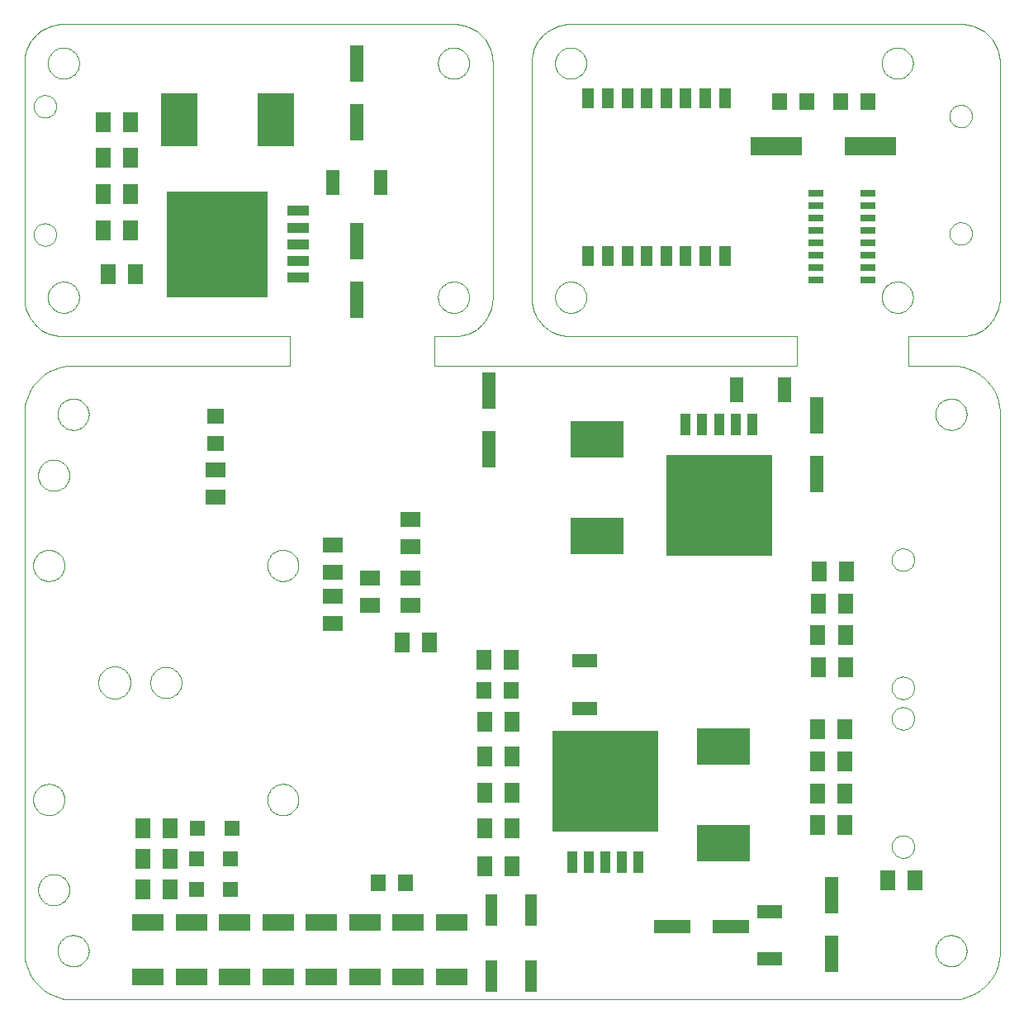
<source format=gtp>
G75*
G70*
%OFA0B0*%
%FSLAX24Y24*%
%IPPOS*%
%LPD*%
%AMOC8*
5,1,8,0,0,1.08239X$1,22.5*
%
%ADD10C,0.0004*%
%ADD11C,0.0000*%
%ADD12R,0.1260X0.0709*%
%ADD13R,0.0630X0.0787*%
%ADD14R,0.0630X0.0709*%
%ADD15R,0.4252X0.4098*%
%ADD16R,0.0420X0.0850*%
%ADD17R,0.1496X0.0551*%
%ADD18R,0.0551X0.1496*%
%ADD19R,0.2165X0.1516*%
%ADD20R,0.1024X0.0571*%
%ADD21R,0.0571X0.1024*%
%ADD22R,0.0591X0.0591*%
%ADD23R,0.0472X0.1260*%
%ADD24R,0.0787X0.0630*%
%ADD25R,0.0709X0.0630*%
%ADD26R,0.4098X0.4252*%
%ADD27R,0.0850X0.0420*%
%ADD28R,0.1516X0.2165*%
%ADD29R,0.0472X0.0787*%
%ADD30R,0.0600X0.0250*%
%ADD31R,0.2100X0.0760*%
D10*
X003610Y005453D02*
X003610Y027107D01*
X003611Y027201D01*
X003616Y027295D01*
X003625Y027389D01*
X003639Y027482D01*
X003658Y027575D01*
X003681Y027666D01*
X003709Y027756D01*
X003741Y027845D01*
X003777Y027932D01*
X003817Y028017D01*
X003862Y028100D01*
X003910Y028181D01*
X003963Y028259D01*
X004019Y028335D01*
X004079Y028407D01*
X004142Y028477D01*
X004209Y028544D01*
X004279Y028607D01*
X004351Y028667D01*
X004427Y028723D01*
X004505Y028776D01*
X004586Y028824D01*
X004669Y028869D01*
X004754Y028909D01*
X004841Y028945D01*
X004930Y028977D01*
X005020Y029005D01*
X005111Y029028D01*
X005204Y029047D01*
X005297Y029061D01*
X005391Y029070D01*
X005485Y029075D01*
X005579Y029076D01*
X005579Y029075D02*
X014319Y029075D01*
X014319Y030256D01*
X005185Y030256D01*
X005107Y030257D01*
X005030Y030261D01*
X004952Y030269D01*
X004876Y030281D01*
X004800Y030297D01*
X004724Y030317D01*
X004650Y030340D01*
X004577Y030367D01*
X004506Y030398D01*
X004436Y030433D01*
X004368Y030470D01*
X004302Y030512D01*
X004239Y030556D01*
X004177Y030604D01*
X004118Y030654D01*
X004062Y030708D01*
X004008Y030764D01*
X003958Y030823D01*
X003910Y030885D01*
X003866Y030948D01*
X003824Y031014D01*
X003787Y031082D01*
X003752Y031152D01*
X003721Y031223D01*
X003694Y031296D01*
X003671Y031370D01*
X003651Y031446D01*
X003635Y031522D01*
X003623Y031598D01*
X003615Y031676D01*
X003611Y031753D01*
X003610Y031831D01*
X003610Y041280D01*
X003611Y041358D01*
X003615Y041435D01*
X003623Y041513D01*
X003635Y041589D01*
X003651Y041665D01*
X003671Y041741D01*
X003694Y041815D01*
X003721Y041888D01*
X003752Y041959D01*
X003787Y042029D01*
X003824Y042097D01*
X003866Y042163D01*
X003910Y042226D01*
X003958Y042288D01*
X004008Y042347D01*
X004062Y042403D01*
X004118Y042457D01*
X004177Y042507D01*
X004239Y042555D01*
X004302Y042599D01*
X004368Y042641D01*
X004436Y042678D01*
X004506Y042713D01*
X004577Y042744D01*
X004650Y042771D01*
X004724Y042794D01*
X004800Y042814D01*
X004876Y042830D01*
X004952Y042842D01*
X005030Y042850D01*
X005107Y042854D01*
X005185Y042855D01*
X020933Y042855D01*
X021011Y042854D01*
X021088Y042850D01*
X021166Y042842D01*
X021242Y042830D01*
X021318Y042814D01*
X021394Y042794D01*
X021468Y042771D01*
X021541Y042744D01*
X021612Y042713D01*
X021682Y042678D01*
X021750Y042641D01*
X021816Y042599D01*
X021879Y042555D01*
X021941Y042507D01*
X022000Y042457D01*
X022056Y042403D01*
X022110Y042347D01*
X022160Y042288D01*
X022208Y042226D01*
X022252Y042163D01*
X022294Y042097D01*
X022331Y042029D01*
X022366Y041959D01*
X022397Y041888D01*
X022424Y041815D01*
X022447Y041741D01*
X022467Y041665D01*
X022483Y041589D01*
X022495Y041513D01*
X022503Y041435D01*
X022507Y041358D01*
X022508Y041280D01*
X022508Y031831D01*
X022507Y031753D01*
X022503Y031676D01*
X022495Y031598D01*
X022483Y031522D01*
X022467Y031446D01*
X022447Y031370D01*
X022424Y031296D01*
X022397Y031223D01*
X022366Y031152D01*
X022331Y031082D01*
X022294Y031014D01*
X022252Y030948D01*
X022208Y030885D01*
X022160Y030823D01*
X022110Y030764D01*
X022056Y030708D01*
X022000Y030654D01*
X021941Y030604D01*
X021879Y030556D01*
X021816Y030512D01*
X021750Y030470D01*
X021682Y030433D01*
X021612Y030398D01*
X021541Y030367D01*
X021468Y030340D01*
X021394Y030317D01*
X021318Y030297D01*
X021242Y030281D01*
X021166Y030269D01*
X021088Y030261D01*
X021011Y030257D01*
X020933Y030256D01*
X020146Y030256D01*
X020146Y029075D01*
X034791Y029075D01*
X034791Y030256D01*
X025657Y030256D01*
X025579Y030257D01*
X025502Y030261D01*
X025424Y030269D01*
X025348Y030281D01*
X025272Y030297D01*
X025196Y030317D01*
X025122Y030340D01*
X025049Y030367D01*
X024978Y030398D01*
X024908Y030433D01*
X024840Y030470D01*
X024774Y030512D01*
X024711Y030556D01*
X024649Y030604D01*
X024590Y030654D01*
X024534Y030708D01*
X024480Y030764D01*
X024430Y030823D01*
X024382Y030885D01*
X024338Y030948D01*
X024296Y031014D01*
X024259Y031082D01*
X024224Y031152D01*
X024193Y031223D01*
X024166Y031296D01*
X024143Y031370D01*
X024123Y031446D01*
X024107Y031522D01*
X024095Y031598D01*
X024087Y031676D01*
X024083Y031753D01*
X024082Y031831D01*
X024083Y031831D02*
X024083Y041280D01*
X024082Y041280D02*
X024083Y041358D01*
X024087Y041435D01*
X024095Y041513D01*
X024107Y041589D01*
X024123Y041665D01*
X024143Y041741D01*
X024166Y041815D01*
X024193Y041888D01*
X024224Y041959D01*
X024259Y042029D01*
X024296Y042097D01*
X024338Y042163D01*
X024382Y042226D01*
X024430Y042288D01*
X024480Y042347D01*
X024534Y042403D01*
X024590Y042457D01*
X024649Y042507D01*
X024711Y042555D01*
X024774Y042599D01*
X024840Y042641D01*
X024908Y042678D01*
X024978Y042713D01*
X025049Y042744D01*
X025122Y042771D01*
X025196Y042794D01*
X025272Y042814D01*
X025348Y042830D01*
X025424Y042842D01*
X025502Y042850D01*
X025579Y042854D01*
X025657Y042855D01*
X041406Y042855D01*
X041484Y042854D01*
X041561Y042850D01*
X041639Y042842D01*
X041715Y042830D01*
X041791Y042814D01*
X041867Y042794D01*
X041941Y042771D01*
X042014Y042744D01*
X042085Y042713D01*
X042155Y042678D01*
X042223Y042641D01*
X042289Y042599D01*
X042352Y042555D01*
X042414Y042507D01*
X042473Y042457D01*
X042529Y042403D01*
X042583Y042347D01*
X042633Y042288D01*
X042681Y042226D01*
X042725Y042163D01*
X042767Y042097D01*
X042804Y042029D01*
X042839Y041959D01*
X042870Y041888D01*
X042897Y041815D01*
X042920Y041741D01*
X042940Y041665D01*
X042956Y041589D01*
X042968Y041513D01*
X042976Y041435D01*
X042980Y041358D01*
X042981Y041280D01*
X042980Y041280D02*
X042980Y031831D01*
X042981Y031831D02*
X042980Y031753D01*
X042976Y031676D01*
X042968Y031598D01*
X042956Y031522D01*
X042940Y031446D01*
X042920Y031370D01*
X042897Y031296D01*
X042870Y031223D01*
X042839Y031152D01*
X042804Y031082D01*
X042767Y031014D01*
X042725Y030948D01*
X042681Y030885D01*
X042633Y030823D01*
X042583Y030764D01*
X042529Y030708D01*
X042473Y030654D01*
X042414Y030604D01*
X042352Y030556D01*
X042289Y030512D01*
X042223Y030470D01*
X042155Y030433D01*
X042085Y030398D01*
X042014Y030367D01*
X041941Y030340D01*
X041867Y030317D01*
X041791Y030297D01*
X041715Y030281D01*
X041639Y030269D01*
X041561Y030261D01*
X041484Y030257D01*
X041406Y030256D01*
X039280Y030256D01*
X039280Y029075D01*
X041012Y029075D01*
X041012Y029076D02*
X041106Y029075D01*
X041200Y029070D01*
X041294Y029061D01*
X041387Y029047D01*
X041480Y029028D01*
X041571Y029005D01*
X041661Y028977D01*
X041750Y028945D01*
X041837Y028909D01*
X041922Y028869D01*
X042005Y028824D01*
X042086Y028776D01*
X042164Y028723D01*
X042240Y028667D01*
X042312Y028607D01*
X042382Y028544D01*
X042449Y028477D01*
X042512Y028407D01*
X042572Y028335D01*
X042628Y028259D01*
X042681Y028181D01*
X042729Y028100D01*
X042774Y028017D01*
X042814Y027932D01*
X042850Y027845D01*
X042882Y027756D01*
X042910Y027666D01*
X042933Y027575D01*
X042952Y027482D01*
X042966Y027389D01*
X042975Y027295D01*
X042980Y027201D01*
X042981Y027107D01*
X042980Y027107D02*
X042980Y005453D01*
X042981Y005453D02*
X042980Y005359D01*
X042975Y005265D01*
X042966Y005171D01*
X042952Y005078D01*
X042933Y004985D01*
X042910Y004894D01*
X042882Y004804D01*
X042850Y004715D01*
X042814Y004628D01*
X042774Y004543D01*
X042729Y004460D01*
X042681Y004379D01*
X042628Y004301D01*
X042572Y004225D01*
X042512Y004153D01*
X042449Y004083D01*
X042382Y004016D01*
X042312Y003953D01*
X042240Y003893D01*
X042164Y003837D01*
X042086Y003784D01*
X042005Y003736D01*
X041922Y003691D01*
X041837Y003651D01*
X041750Y003615D01*
X041661Y003583D01*
X041571Y003555D01*
X041480Y003532D01*
X041387Y003513D01*
X041294Y003499D01*
X041200Y003490D01*
X041106Y003485D01*
X041012Y003484D01*
X041012Y003485D02*
X005579Y003485D01*
X005579Y003484D02*
X005485Y003485D01*
X005391Y003490D01*
X005297Y003499D01*
X005204Y003513D01*
X005111Y003532D01*
X005020Y003555D01*
X004930Y003583D01*
X004841Y003615D01*
X004754Y003651D01*
X004669Y003691D01*
X004586Y003736D01*
X004505Y003784D01*
X004427Y003837D01*
X004351Y003893D01*
X004279Y003953D01*
X004209Y004016D01*
X004142Y004083D01*
X004079Y004153D01*
X004019Y004225D01*
X003963Y004301D01*
X003910Y004379D01*
X003862Y004460D01*
X003817Y004543D01*
X003777Y004628D01*
X003741Y004715D01*
X003709Y004804D01*
X003681Y004894D01*
X003658Y004985D01*
X003639Y005078D01*
X003625Y005171D01*
X003616Y005265D01*
X003611Y005359D01*
X003610Y005453D01*
D11*
X004949Y005453D02*
X004951Y005503D01*
X004957Y005553D01*
X004967Y005602D01*
X004981Y005650D01*
X004998Y005697D01*
X005019Y005742D01*
X005044Y005786D01*
X005072Y005827D01*
X005104Y005866D01*
X005138Y005903D01*
X005175Y005937D01*
X005215Y005967D01*
X005257Y005994D01*
X005301Y006018D01*
X005347Y006039D01*
X005394Y006055D01*
X005442Y006068D01*
X005492Y006077D01*
X005541Y006082D01*
X005592Y006083D01*
X005642Y006080D01*
X005691Y006073D01*
X005740Y006062D01*
X005788Y006047D01*
X005834Y006029D01*
X005879Y006007D01*
X005922Y005981D01*
X005963Y005952D01*
X006002Y005920D01*
X006038Y005885D01*
X006070Y005847D01*
X006100Y005807D01*
X006127Y005764D01*
X006150Y005720D01*
X006169Y005674D01*
X006185Y005626D01*
X006197Y005577D01*
X006205Y005528D01*
X006209Y005478D01*
X006209Y005428D01*
X006205Y005378D01*
X006197Y005329D01*
X006185Y005280D01*
X006169Y005232D01*
X006150Y005186D01*
X006127Y005142D01*
X006100Y005099D01*
X006070Y005059D01*
X006038Y005021D01*
X006002Y004986D01*
X005963Y004954D01*
X005922Y004925D01*
X005879Y004899D01*
X005834Y004877D01*
X005788Y004859D01*
X005740Y004844D01*
X005691Y004833D01*
X005642Y004826D01*
X005592Y004823D01*
X005541Y004824D01*
X005492Y004829D01*
X005442Y004838D01*
X005394Y004851D01*
X005347Y004867D01*
X005301Y004888D01*
X005257Y004912D01*
X005215Y004939D01*
X005175Y004969D01*
X005138Y005003D01*
X005104Y005040D01*
X005072Y005079D01*
X005044Y005120D01*
X005019Y005164D01*
X004998Y005209D01*
X004981Y005256D01*
X004967Y005304D01*
X004957Y005353D01*
X004951Y005403D01*
X004949Y005453D01*
X004161Y007914D02*
X004163Y007964D01*
X004169Y008014D01*
X004179Y008063D01*
X004193Y008111D01*
X004210Y008158D01*
X004231Y008203D01*
X004256Y008247D01*
X004284Y008288D01*
X004316Y008327D01*
X004350Y008364D01*
X004387Y008398D01*
X004427Y008428D01*
X004469Y008455D01*
X004513Y008479D01*
X004559Y008500D01*
X004606Y008516D01*
X004654Y008529D01*
X004704Y008538D01*
X004753Y008543D01*
X004804Y008544D01*
X004854Y008541D01*
X004903Y008534D01*
X004952Y008523D01*
X005000Y008508D01*
X005046Y008490D01*
X005091Y008468D01*
X005134Y008442D01*
X005175Y008413D01*
X005214Y008381D01*
X005250Y008346D01*
X005282Y008308D01*
X005312Y008268D01*
X005339Y008225D01*
X005362Y008181D01*
X005381Y008135D01*
X005397Y008087D01*
X005409Y008038D01*
X005417Y007989D01*
X005421Y007939D01*
X005421Y007889D01*
X005417Y007839D01*
X005409Y007790D01*
X005397Y007741D01*
X005381Y007693D01*
X005362Y007647D01*
X005339Y007603D01*
X005312Y007560D01*
X005282Y007520D01*
X005250Y007482D01*
X005214Y007447D01*
X005175Y007415D01*
X005134Y007386D01*
X005091Y007360D01*
X005046Y007338D01*
X005000Y007320D01*
X004952Y007305D01*
X004903Y007294D01*
X004854Y007287D01*
X004804Y007284D01*
X004753Y007285D01*
X004704Y007290D01*
X004654Y007299D01*
X004606Y007312D01*
X004559Y007328D01*
X004513Y007349D01*
X004469Y007373D01*
X004427Y007400D01*
X004387Y007430D01*
X004350Y007464D01*
X004316Y007501D01*
X004284Y007540D01*
X004256Y007581D01*
X004231Y007625D01*
X004210Y007670D01*
X004193Y007717D01*
X004179Y007765D01*
X004169Y007814D01*
X004163Y007864D01*
X004161Y007914D01*
X003964Y011555D02*
X003966Y011605D01*
X003972Y011655D01*
X003982Y011704D01*
X003996Y011752D01*
X004013Y011799D01*
X004034Y011844D01*
X004059Y011888D01*
X004087Y011929D01*
X004119Y011968D01*
X004153Y012005D01*
X004190Y012039D01*
X004230Y012069D01*
X004272Y012096D01*
X004316Y012120D01*
X004362Y012141D01*
X004409Y012157D01*
X004457Y012170D01*
X004507Y012179D01*
X004556Y012184D01*
X004607Y012185D01*
X004657Y012182D01*
X004706Y012175D01*
X004755Y012164D01*
X004803Y012149D01*
X004849Y012131D01*
X004894Y012109D01*
X004937Y012083D01*
X004978Y012054D01*
X005017Y012022D01*
X005053Y011987D01*
X005085Y011949D01*
X005115Y011909D01*
X005142Y011866D01*
X005165Y011822D01*
X005184Y011776D01*
X005200Y011728D01*
X005212Y011679D01*
X005220Y011630D01*
X005224Y011580D01*
X005224Y011530D01*
X005220Y011480D01*
X005212Y011431D01*
X005200Y011382D01*
X005184Y011334D01*
X005165Y011288D01*
X005142Y011244D01*
X005115Y011201D01*
X005085Y011161D01*
X005053Y011123D01*
X005017Y011088D01*
X004978Y011056D01*
X004937Y011027D01*
X004894Y011001D01*
X004849Y010979D01*
X004803Y010961D01*
X004755Y010946D01*
X004706Y010935D01*
X004657Y010928D01*
X004607Y010925D01*
X004556Y010926D01*
X004507Y010931D01*
X004457Y010940D01*
X004409Y010953D01*
X004362Y010969D01*
X004316Y010990D01*
X004272Y011014D01*
X004230Y011041D01*
X004190Y011071D01*
X004153Y011105D01*
X004119Y011142D01*
X004087Y011181D01*
X004059Y011222D01*
X004034Y011266D01*
X004013Y011311D01*
X003996Y011358D01*
X003982Y011406D01*
X003972Y011455D01*
X003966Y011505D01*
X003964Y011555D01*
X006592Y016280D02*
X006594Y016330D01*
X006600Y016380D01*
X006610Y016430D01*
X006623Y016478D01*
X006640Y016526D01*
X006661Y016572D01*
X006685Y016616D01*
X006713Y016658D01*
X006744Y016698D01*
X006778Y016735D01*
X006815Y016770D01*
X006854Y016801D01*
X006895Y016830D01*
X006939Y016855D01*
X006985Y016877D01*
X007032Y016895D01*
X007080Y016909D01*
X007129Y016920D01*
X007179Y016927D01*
X007229Y016930D01*
X007280Y016929D01*
X007330Y016924D01*
X007380Y016915D01*
X007428Y016903D01*
X007476Y016886D01*
X007522Y016866D01*
X007567Y016843D01*
X007610Y016816D01*
X007650Y016786D01*
X007688Y016753D01*
X007723Y016717D01*
X007756Y016678D01*
X007785Y016637D01*
X007811Y016594D01*
X007834Y016549D01*
X007853Y016502D01*
X007868Y016454D01*
X007880Y016405D01*
X007888Y016355D01*
X007892Y016305D01*
X007892Y016255D01*
X007888Y016205D01*
X007880Y016155D01*
X007868Y016106D01*
X007853Y016058D01*
X007834Y016011D01*
X007811Y015966D01*
X007785Y015923D01*
X007756Y015882D01*
X007723Y015843D01*
X007688Y015807D01*
X007650Y015774D01*
X007610Y015744D01*
X007567Y015717D01*
X007522Y015694D01*
X007476Y015674D01*
X007428Y015657D01*
X007380Y015645D01*
X007330Y015636D01*
X007280Y015631D01*
X007229Y015630D01*
X007179Y015633D01*
X007129Y015640D01*
X007080Y015651D01*
X007032Y015665D01*
X006985Y015683D01*
X006939Y015705D01*
X006895Y015730D01*
X006854Y015759D01*
X006815Y015790D01*
X006778Y015825D01*
X006744Y015862D01*
X006713Y015902D01*
X006685Y015944D01*
X006661Y015988D01*
X006640Y016034D01*
X006623Y016082D01*
X006610Y016130D01*
X006600Y016180D01*
X006594Y016230D01*
X006592Y016280D01*
X008689Y016280D02*
X008691Y016330D01*
X008697Y016380D01*
X008707Y016429D01*
X008721Y016477D01*
X008738Y016524D01*
X008759Y016569D01*
X008784Y016613D01*
X008812Y016654D01*
X008844Y016693D01*
X008878Y016730D01*
X008915Y016764D01*
X008955Y016794D01*
X008997Y016821D01*
X009041Y016845D01*
X009087Y016866D01*
X009134Y016882D01*
X009182Y016895D01*
X009232Y016904D01*
X009281Y016909D01*
X009332Y016910D01*
X009382Y016907D01*
X009431Y016900D01*
X009480Y016889D01*
X009528Y016874D01*
X009574Y016856D01*
X009619Y016834D01*
X009662Y016808D01*
X009703Y016779D01*
X009742Y016747D01*
X009778Y016712D01*
X009810Y016674D01*
X009840Y016634D01*
X009867Y016591D01*
X009890Y016547D01*
X009909Y016501D01*
X009925Y016453D01*
X009937Y016404D01*
X009945Y016355D01*
X009949Y016305D01*
X009949Y016255D01*
X009945Y016205D01*
X009937Y016156D01*
X009925Y016107D01*
X009909Y016059D01*
X009890Y016013D01*
X009867Y015969D01*
X009840Y015926D01*
X009810Y015886D01*
X009778Y015848D01*
X009742Y015813D01*
X009703Y015781D01*
X009662Y015752D01*
X009619Y015726D01*
X009574Y015704D01*
X009528Y015686D01*
X009480Y015671D01*
X009431Y015660D01*
X009382Y015653D01*
X009332Y015650D01*
X009281Y015651D01*
X009232Y015656D01*
X009182Y015665D01*
X009134Y015678D01*
X009087Y015694D01*
X009041Y015715D01*
X008997Y015739D01*
X008955Y015766D01*
X008915Y015796D01*
X008878Y015830D01*
X008844Y015867D01*
X008812Y015906D01*
X008784Y015947D01*
X008759Y015991D01*
X008738Y016036D01*
X008721Y016083D01*
X008707Y016131D01*
X008697Y016180D01*
X008691Y016230D01*
X008689Y016280D01*
X003964Y021004D02*
X003966Y021054D01*
X003972Y021104D01*
X003982Y021153D01*
X003996Y021201D01*
X004013Y021248D01*
X004034Y021293D01*
X004059Y021337D01*
X004087Y021378D01*
X004119Y021417D01*
X004153Y021454D01*
X004190Y021488D01*
X004230Y021518D01*
X004272Y021545D01*
X004316Y021569D01*
X004362Y021590D01*
X004409Y021606D01*
X004457Y021619D01*
X004507Y021628D01*
X004556Y021633D01*
X004607Y021634D01*
X004657Y021631D01*
X004706Y021624D01*
X004755Y021613D01*
X004803Y021598D01*
X004849Y021580D01*
X004894Y021558D01*
X004937Y021532D01*
X004978Y021503D01*
X005017Y021471D01*
X005053Y021436D01*
X005085Y021398D01*
X005115Y021358D01*
X005142Y021315D01*
X005165Y021271D01*
X005184Y021225D01*
X005200Y021177D01*
X005212Y021128D01*
X005220Y021079D01*
X005224Y021029D01*
X005224Y020979D01*
X005220Y020929D01*
X005212Y020880D01*
X005200Y020831D01*
X005184Y020783D01*
X005165Y020737D01*
X005142Y020693D01*
X005115Y020650D01*
X005085Y020610D01*
X005053Y020572D01*
X005017Y020537D01*
X004978Y020505D01*
X004937Y020476D01*
X004894Y020450D01*
X004849Y020428D01*
X004803Y020410D01*
X004755Y020395D01*
X004706Y020384D01*
X004657Y020377D01*
X004607Y020374D01*
X004556Y020375D01*
X004507Y020380D01*
X004457Y020389D01*
X004409Y020402D01*
X004362Y020418D01*
X004316Y020439D01*
X004272Y020463D01*
X004230Y020490D01*
X004190Y020520D01*
X004153Y020554D01*
X004119Y020591D01*
X004087Y020630D01*
X004059Y020671D01*
X004034Y020715D01*
X004013Y020760D01*
X003996Y020807D01*
X003982Y020855D01*
X003972Y020904D01*
X003966Y020954D01*
X003964Y021004D01*
X004161Y024646D02*
X004163Y024696D01*
X004169Y024746D01*
X004179Y024795D01*
X004193Y024843D01*
X004210Y024890D01*
X004231Y024935D01*
X004256Y024979D01*
X004284Y025020D01*
X004316Y025059D01*
X004350Y025096D01*
X004387Y025130D01*
X004427Y025160D01*
X004469Y025187D01*
X004513Y025211D01*
X004559Y025232D01*
X004606Y025248D01*
X004654Y025261D01*
X004704Y025270D01*
X004753Y025275D01*
X004804Y025276D01*
X004854Y025273D01*
X004903Y025266D01*
X004952Y025255D01*
X005000Y025240D01*
X005046Y025222D01*
X005091Y025200D01*
X005134Y025174D01*
X005175Y025145D01*
X005214Y025113D01*
X005250Y025078D01*
X005282Y025040D01*
X005312Y025000D01*
X005339Y024957D01*
X005362Y024913D01*
X005381Y024867D01*
X005397Y024819D01*
X005409Y024770D01*
X005417Y024721D01*
X005421Y024671D01*
X005421Y024621D01*
X005417Y024571D01*
X005409Y024522D01*
X005397Y024473D01*
X005381Y024425D01*
X005362Y024379D01*
X005339Y024335D01*
X005312Y024292D01*
X005282Y024252D01*
X005250Y024214D01*
X005214Y024179D01*
X005175Y024147D01*
X005134Y024118D01*
X005091Y024092D01*
X005046Y024070D01*
X005000Y024052D01*
X004952Y024037D01*
X004903Y024026D01*
X004854Y024019D01*
X004804Y024016D01*
X004753Y024017D01*
X004704Y024022D01*
X004654Y024031D01*
X004606Y024044D01*
X004559Y024060D01*
X004513Y024081D01*
X004469Y024105D01*
X004427Y024132D01*
X004387Y024162D01*
X004350Y024196D01*
X004316Y024233D01*
X004284Y024272D01*
X004256Y024313D01*
X004231Y024357D01*
X004210Y024402D01*
X004193Y024449D01*
X004179Y024497D01*
X004169Y024546D01*
X004163Y024596D01*
X004161Y024646D01*
X004949Y027107D02*
X004951Y027157D01*
X004957Y027207D01*
X004967Y027256D01*
X004981Y027304D01*
X004998Y027351D01*
X005019Y027396D01*
X005044Y027440D01*
X005072Y027481D01*
X005104Y027520D01*
X005138Y027557D01*
X005175Y027591D01*
X005215Y027621D01*
X005257Y027648D01*
X005301Y027672D01*
X005347Y027693D01*
X005394Y027709D01*
X005442Y027722D01*
X005492Y027731D01*
X005541Y027736D01*
X005592Y027737D01*
X005642Y027734D01*
X005691Y027727D01*
X005740Y027716D01*
X005788Y027701D01*
X005834Y027683D01*
X005879Y027661D01*
X005922Y027635D01*
X005963Y027606D01*
X006002Y027574D01*
X006038Y027539D01*
X006070Y027501D01*
X006100Y027461D01*
X006127Y027418D01*
X006150Y027374D01*
X006169Y027328D01*
X006185Y027280D01*
X006197Y027231D01*
X006205Y027182D01*
X006209Y027132D01*
X006209Y027082D01*
X006205Y027032D01*
X006197Y026983D01*
X006185Y026934D01*
X006169Y026886D01*
X006150Y026840D01*
X006127Y026796D01*
X006100Y026753D01*
X006070Y026713D01*
X006038Y026675D01*
X006002Y026640D01*
X005963Y026608D01*
X005922Y026579D01*
X005879Y026553D01*
X005834Y026531D01*
X005788Y026513D01*
X005740Y026498D01*
X005691Y026487D01*
X005642Y026480D01*
X005592Y026477D01*
X005541Y026478D01*
X005492Y026483D01*
X005442Y026492D01*
X005394Y026505D01*
X005347Y026521D01*
X005301Y026542D01*
X005257Y026566D01*
X005215Y026593D01*
X005175Y026623D01*
X005138Y026657D01*
X005104Y026694D01*
X005072Y026733D01*
X005044Y026774D01*
X005019Y026818D01*
X004998Y026863D01*
X004981Y026910D01*
X004967Y026958D01*
X004957Y027007D01*
X004951Y027057D01*
X004949Y027107D01*
X004555Y031831D02*
X004557Y031881D01*
X004563Y031931D01*
X004573Y031980D01*
X004587Y032028D01*
X004604Y032075D01*
X004625Y032120D01*
X004650Y032164D01*
X004678Y032205D01*
X004710Y032244D01*
X004744Y032281D01*
X004781Y032315D01*
X004821Y032345D01*
X004863Y032372D01*
X004907Y032396D01*
X004953Y032417D01*
X005000Y032433D01*
X005048Y032446D01*
X005098Y032455D01*
X005147Y032460D01*
X005198Y032461D01*
X005248Y032458D01*
X005297Y032451D01*
X005346Y032440D01*
X005394Y032425D01*
X005440Y032407D01*
X005485Y032385D01*
X005528Y032359D01*
X005569Y032330D01*
X005608Y032298D01*
X005644Y032263D01*
X005676Y032225D01*
X005706Y032185D01*
X005733Y032142D01*
X005756Y032098D01*
X005775Y032052D01*
X005791Y032004D01*
X005803Y031955D01*
X005811Y031906D01*
X005815Y031856D01*
X005815Y031806D01*
X005811Y031756D01*
X005803Y031707D01*
X005791Y031658D01*
X005775Y031610D01*
X005756Y031564D01*
X005733Y031520D01*
X005706Y031477D01*
X005676Y031437D01*
X005644Y031399D01*
X005608Y031364D01*
X005569Y031332D01*
X005528Y031303D01*
X005485Y031277D01*
X005440Y031255D01*
X005394Y031237D01*
X005346Y031222D01*
X005297Y031211D01*
X005248Y031204D01*
X005198Y031201D01*
X005147Y031202D01*
X005098Y031207D01*
X005048Y031216D01*
X005000Y031229D01*
X004953Y031245D01*
X004907Y031266D01*
X004863Y031290D01*
X004821Y031317D01*
X004781Y031347D01*
X004744Y031381D01*
X004710Y031418D01*
X004678Y031457D01*
X004650Y031498D01*
X004625Y031542D01*
X004604Y031587D01*
X004587Y031634D01*
X004573Y031682D01*
X004563Y031731D01*
X004557Y031781D01*
X004555Y031831D01*
X003984Y034362D02*
X003986Y034404D01*
X003992Y034446D01*
X004002Y034488D01*
X004015Y034528D01*
X004033Y034567D01*
X004054Y034604D01*
X004078Y034638D01*
X004106Y034671D01*
X004136Y034701D01*
X004169Y034727D01*
X004204Y034751D01*
X004242Y034771D01*
X004281Y034787D01*
X004321Y034800D01*
X004363Y034809D01*
X004405Y034814D01*
X004448Y034815D01*
X004490Y034812D01*
X004532Y034805D01*
X004573Y034794D01*
X004613Y034779D01*
X004651Y034761D01*
X004688Y034739D01*
X004722Y034714D01*
X004754Y034686D01*
X004782Y034655D01*
X004808Y034621D01*
X004831Y034585D01*
X004850Y034548D01*
X004866Y034508D01*
X004878Y034467D01*
X004886Y034426D01*
X004890Y034383D01*
X004890Y034341D01*
X004886Y034298D01*
X004878Y034257D01*
X004866Y034216D01*
X004850Y034176D01*
X004831Y034139D01*
X004808Y034103D01*
X004782Y034069D01*
X004754Y034038D01*
X004722Y034010D01*
X004688Y033985D01*
X004651Y033963D01*
X004613Y033945D01*
X004573Y033930D01*
X004532Y033919D01*
X004490Y033912D01*
X004448Y033909D01*
X004405Y033910D01*
X004363Y033915D01*
X004321Y033924D01*
X004281Y033937D01*
X004242Y033953D01*
X004204Y033973D01*
X004169Y033997D01*
X004136Y034023D01*
X004106Y034053D01*
X004078Y034086D01*
X004054Y034120D01*
X004033Y034157D01*
X004015Y034196D01*
X004002Y034236D01*
X003992Y034278D01*
X003986Y034320D01*
X003984Y034362D01*
X003984Y039536D02*
X003986Y039578D01*
X003992Y039620D01*
X004002Y039662D01*
X004015Y039702D01*
X004033Y039741D01*
X004054Y039778D01*
X004078Y039812D01*
X004106Y039845D01*
X004136Y039875D01*
X004169Y039901D01*
X004204Y039925D01*
X004242Y039945D01*
X004281Y039961D01*
X004321Y039974D01*
X004363Y039983D01*
X004405Y039988D01*
X004448Y039989D01*
X004490Y039986D01*
X004532Y039979D01*
X004573Y039968D01*
X004613Y039953D01*
X004651Y039935D01*
X004688Y039913D01*
X004722Y039888D01*
X004754Y039860D01*
X004782Y039829D01*
X004808Y039795D01*
X004831Y039759D01*
X004850Y039722D01*
X004866Y039682D01*
X004878Y039641D01*
X004886Y039600D01*
X004890Y039557D01*
X004890Y039515D01*
X004886Y039472D01*
X004878Y039431D01*
X004866Y039390D01*
X004850Y039350D01*
X004831Y039313D01*
X004808Y039277D01*
X004782Y039243D01*
X004754Y039212D01*
X004722Y039184D01*
X004688Y039159D01*
X004651Y039137D01*
X004613Y039119D01*
X004573Y039104D01*
X004532Y039093D01*
X004490Y039086D01*
X004448Y039083D01*
X004405Y039084D01*
X004363Y039089D01*
X004321Y039098D01*
X004281Y039111D01*
X004242Y039127D01*
X004204Y039147D01*
X004169Y039171D01*
X004136Y039197D01*
X004106Y039227D01*
X004078Y039260D01*
X004054Y039294D01*
X004033Y039331D01*
X004015Y039370D01*
X004002Y039410D01*
X003992Y039452D01*
X003986Y039494D01*
X003984Y039536D01*
X004555Y041280D02*
X004557Y041330D01*
X004563Y041380D01*
X004573Y041429D01*
X004587Y041477D01*
X004604Y041524D01*
X004625Y041569D01*
X004650Y041613D01*
X004678Y041654D01*
X004710Y041693D01*
X004744Y041730D01*
X004781Y041764D01*
X004821Y041794D01*
X004863Y041821D01*
X004907Y041845D01*
X004953Y041866D01*
X005000Y041882D01*
X005048Y041895D01*
X005098Y041904D01*
X005147Y041909D01*
X005198Y041910D01*
X005248Y041907D01*
X005297Y041900D01*
X005346Y041889D01*
X005394Y041874D01*
X005440Y041856D01*
X005485Y041834D01*
X005528Y041808D01*
X005569Y041779D01*
X005608Y041747D01*
X005644Y041712D01*
X005676Y041674D01*
X005706Y041634D01*
X005733Y041591D01*
X005756Y041547D01*
X005775Y041501D01*
X005791Y041453D01*
X005803Y041404D01*
X005811Y041355D01*
X005815Y041305D01*
X005815Y041255D01*
X005811Y041205D01*
X005803Y041156D01*
X005791Y041107D01*
X005775Y041059D01*
X005756Y041013D01*
X005733Y040969D01*
X005706Y040926D01*
X005676Y040886D01*
X005644Y040848D01*
X005608Y040813D01*
X005569Y040781D01*
X005528Y040752D01*
X005485Y040726D01*
X005440Y040704D01*
X005394Y040686D01*
X005346Y040671D01*
X005297Y040660D01*
X005248Y040653D01*
X005198Y040650D01*
X005147Y040651D01*
X005098Y040656D01*
X005048Y040665D01*
X005000Y040678D01*
X004953Y040694D01*
X004907Y040715D01*
X004863Y040739D01*
X004821Y040766D01*
X004781Y040796D01*
X004744Y040830D01*
X004710Y040867D01*
X004678Y040906D01*
X004650Y040947D01*
X004625Y040991D01*
X004604Y041036D01*
X004587Y041083D01*
X004573Y041131D01*
X004563Y041180D01*
X004557Y041230D01*
X004555Y041280D01*
X020303Y041280D02*
X020305Y041330D01*
X020311Y041380D01*
X020321Y041429D01*
X020335Y041477D01*
X020352Y041524D01*
X020373Y041569D01*
X020398Y041613D01*
X020426Y041654D01*
X020458Y041693D01*
X020492Y041730D01*
X020529Y041764D01*
X020569Y041794D01*
X020611Y041821D01*
X020655Y041845D01*
X020701Y041866D01*
X020748Y041882D01*
X020796Y041895D01*
X020846Y041904D01*
X020895Y041909D01*
X020946Y041910D01*
X020996Y041907D01*
X021045Y041900D01*
X021094Y041889D01*
X021142Y041874D01*
X021188Y041856D01*
X021233Y041834D01*
X021276Y041808D01*
X021317Y041779D01*
X021356Y041747D01*
X021392Y041712D01*
X021424Y041674D01*
X021454Y041634D01*
X021481Y041591D01*
X021504Y041547D01*
X021523Y041501D01*
X021539Y041453D01*
X021551Y041404D01*
X021559Y041355D01*
X021563Y041305D01*
X021563Y041255D01*
X021559Y041205D01*
X021551Y041156D01*
X021539Y041107D01*
X021523Y041059D01*
X021504Y041013D01*
X021481Y040969D01*
X021454Y040926D01*
X021424Y040886D01*
X021392Y040848D01*
X021356Y040813D01*
X021317Y040781D01*
X021276Y040752D01*
X021233Y040726D01*
X021188Y040704D01*
X021142Y040686D01*
X021094Y040671D01*
X021045Y040660D01*
X020996Y040653D01*
X020946Y040650D01*
X020895Y040651D01*
X020846Y040656D01*
X020796Y040665D01*
X020748Y040678D01*
X020701Y040694D01*
X020655Y040715D01*
X020611Y040739D01*
X020569Y040766D01*
X020529Y040796D01*
X020492Y040830D01*
X020458Y040867D01*
X020426Y040906D01*
X020398Y040947D01*
X020373Y040991D01*
X020352Y041036D01*
X020335Y041083D01*
X020321Y041131D01*
X020311Y041180D01*
X020305Y041230D01*
X020303Y041280D01*
X025027Y041280D02*
X025029Y041330D01*
X025035Y041380D01*
X025045Y041429D01*
X025059Y041477D01*
X025076Y041524D01*
X025097Y041569D01*
X025122Y041613D01*
X025150Y041654D01*
X025182Y041693D01*
X025216Y041730D01*
X025253Y041764D01*
X025293Y041794D01*
X025335Y041821D01*
X025379Y041845D01*
X025425Y041866D01*
X025472Y041882D01*
X025520Y041895D01*
X025570Y041904D01*
X025619Y041909D01*
X025670Y041910D01*
X025720Y041907D01*
X025769Y041900D01*
X025818Y041889D01*
X025866Y041874D01*
X025912Y041856D01*
X025957Y041834D01*
X026000Y041808D01*
X026041Y041779D01*
X026080Y041747D01*
X026116Y041712D01*
X026148Y041674D01*
X026178Y041634D01*
X026205Y041591D01*
X026228Y041547D01*
X026247Y041501D01*
X026263Y041453D01*
X026275Y041404D01*
X026283Y041355D01*
X026287Y041305D01*
X026287Y041255D01*
X026283Y041205D01*
X026275Y041156D01*
X026263Y041107D01*
X026247Y041059D01*
X026228Y041013D01*
X026205Y040969D01*
X026178Y040926D01*
X026148Y040886D01*
X026116Y040848D01*
X026080Y040813D01*
X026041Y040781D01*
X026000Y040752D01*
X025957Y040726D01*
X025912Y040704D01*
X025866Y040686D01*
X025818Y040671D01*
X025769Y040660D01*
X025720Y040653D01*
X025670Y040650D01*
X025619Y040651D01*
X025570Y040656D01*
X025520Y040665D01*
X025472Y040678D01*
X025425Y040694D01*
X025379Y040715D01*
X025335Y040739D01*
X025293Y040766D01*
X025253Y040796D01*
X025216Y040830D01*
X025182Y040867D01*
X025150Y040906D01*
X025122Y040947D01*
X025097Y040991D01*
X025076Y041036D01*
X025059Y041083D01*
X025045Y041131D01*
X025035Y041180D01*
X025029Y041230D01*
X025027Y041280D01*
X025027Y031831D02*
X025029Y031881D01*
X025035Y031931D01*
X025045Y031980D01*
X025059Y032028D01*
X025076Y032075D01*
X025097Y032120D01*
X025122Y032164D01*
X025150Y032205D01*
X025182Y032244D01*
X025216Y032281D01*
X025253Y032315D01*
X025293Y032345D01*
X025335Y032372D01*
X025379Y032396D01*
X025425Y032417D01*
X025472Y032433D01*
X025520Y032446D01*
X025570Y032455D01*
X025619Y032460D01*
X025670Y032461D01*
X025720Y032458D01*
X025769Y032451D01*
X025818Y032440D01*
X025866Y032425D01*
X025912Y032407D01*
X025957Y032385D01*
X026000Y032359D01*
X026041Y032330D01*
X026080Y032298D01*
X026116Y032263D01*
X026148Y032225D01*
X026178Y032185D01*
X026205Y032142D01*
X026228Y032098D01*
X026247Y032052D01*
X026263Y032004D01*
X026275Y031955D01*
X026283Y031906D01*
X026287Y031856D01*
X026287Y031806D01*
X026283Y031756D01*
X026275Y031707D01*
X026263Y031658D01*
X026247Y031610D01*
X026228Y031564D01*
X026205Y031520D01*
X026178Y031477D01*
X026148Y031437D01*
X026116Y031399D01*
X026080Y031364D01*
X026041Y031332D01*
X026000Y031303D01*
X025957Y031277D01*
X025912Y031255D01*
X025866Y031237D01*
X025818Y031222D01*
X025769Y031211D01*
X025720Y031204D01*
X025670Y031201D01*
X025619Y031202D01*
X025570Y031207D01*
X025520Y031216D01*
X025472Y031229D01*
X025425Y031245D01*
X025379Y031266D01*
X025335Y031290D01*
X025293Y031317D01*
X025253Y031347D01*
X025216Y031381D01*
X025182Y031418D01*
X025150Y031457D01*
X025122Y031498D01*
X025097Y031542D01*
X025076Y031587D01*
X025059Y031634D01*
X025045Y031682D01*
X025035Y031731D01*
X025029Y031781D01*
X025027Y031831D01*
X020303Y031831D02*
X020305Y031881D01*
X020311Y031931D01*
X020321Y031980D01*
X020335Y032028D01*
X020352Y032075D01*
X020373Y032120D01*
X020398Y032164D01*
X020426Y032205D01*
X020458Y032244D01*
X020492Y032281D01*
X020529Y032315D01*
X020569Y032345D01*
X020611Y032372D01*
X020655Y032396D01*
X020701Y032417D01*
X020748Y032433D01*
X020796Y032446D01*
X020846Y032455D01*
X020895Y032460D01*
X020946Y032461D01*
X020996Y032458D01*
X021045Y032451D01*
X021094Y032440D01*
X021142Y032425D01*
X021188Y032407D01*
X021233Y032385D01*
X021276Y032359D01*
X021317Y032330D01*
X021356Y032298D01*
X021392Y032263D01*
X021424Y032225D01*
X021454Y032185D01*
X021481Y032142D01*
X021504Y032098D01*
X021523Y032052D01*
X021539Y032004D01*
X021551Y031955D01*
X021559Y031906D01*
X021563Y031856D01*
X021563Y031806D01*
X021559Y031756D01*
X021551Y031707D01*
X021539Y031658D01*
X021523Y031610D01*
X021504Y031564D01*
X021481Y031520D01*
X021454Y031477D01*
X021424Y031437D01*
X021392Y031399D01*
X021356Y031364D01*
X021317Y031332D01*
X021276Y031303D01*
X021233Y031277D01*
X021188Y031255D01*
X021142Y031237D01*
X021094Y031222D01*
X021045Y031211D01*
X020996Y031204D01*
X020946Y031201D01*
X020895Y031202D01*
X020846Y031207D01*
X020796Y031216D01*
X020748Y031229D01*
X020701Y031245D01*
X020655Y031266D01*
X020611Y031290D01*
X020569Y031317D01*
X020529Y031347D01*
X020492Y031381D01*
X020458Y031418D01*
X020426Y031457D01*
X020398Y031498D01*
X020373Y031542D01*
X020352Y031587D01*
X020335Y031634D01*
X020321Y031682D01*
X020311Y031731D01*
X020305Y031781D01*
X020303Y031831D01*
X013413Y021004D02*
X013415Y021054D01*
X013421Y021104D01*
X013431Y021153D01*
X013445Y021201D01*
X013462Y021248D01*
X013483Y021293D01*
X013508Y021337D01*
X013536Y021378D01*
X013568Y021417D01*
X013602Y021454D01*
X013639Y021488D01*
X013679Y021518D01*
X013721Y021545D01*
X013765Y021569D01*
X013811Y021590D01*
X013858Y021606D01*
X013906Y021619D01*
X013956Y021628D01*
X014005Y021633D01*
X014056Y021634D01*
X014106Y021631D01*
X014155Y021624D01*
X014204Y021613D01*
X014252Y021598D01*
X014298Y021580D01*
X014343Y021558D01*
X014386Y021532D01*
X014427Y021503D01*
X014466Y021471D01*
X014502Y021436D01*
X014534Y021398D01*
X014564Y021358D01*
X014591Y021315D01*
X014614Y021271D01*
X014633Y021225D01*
X014649Y021177D01*
X014661Y021128D01*
X014669Y021079D01*
X014673Y021029D01*
X014673Y020979D01*
X014669Y020929D01*
X014661Y020880D01*
X014649Y020831D01*
X014633Y020783D01*
X014614Y020737D01*
X014591Y020693D01*
X014564Y020650D01*
X014534Y020610D01*
X014502Y020572D01*
X014466Y020537D01*
X014427Y020505D01*
X014386Y020476D01*
X014343Y020450D01*
X014298Y020428D01*
X014252Y020410D01*
X014204Y020395D01*
X014155Y020384D01*
X014106Y020377D01*
X014056Y020374D01*
X014005Y020375D01*
X013956Y020380D01*
X013906Y020389D01*
X013858Y020402D01*
X013811Y020418D01*
X013765Y020439D01*
X013721Y020463D01*
X013679Y020490D01*
X013639Y020520D01*
X013602Y020554D01*
X013568Y020591D01*
X013536Y020630D01*
X013508Y020671D01*
X013483Y020715D01*
X013462Y020760D01*
X013445Y020807D01*
X013431Y020855D01*
X013421Y020904D01*
X013415Y020954D01*
X013413Y021004D01*
X013413Y011555D02*
X013415Y011605D01*
X013421Y011655D01*
X013431Y011704D01*
X013445Y011752D01*
X013462Y011799D01*
X013483Y011844D01*
X013508Y011888D01*
X013536Y011929D01*
X013568Y011968D01*
X013602Y012005D01*
X013639Y012039D01*
X013679Y012069D01*
X013721Y012096D01*
X013765Y012120D01*
X013811Y012141D01*
X013858Y012157D01*
X013906Y012170D01*
X013956Y012179D01*
X014005Y012184D01*
X014056Y012185D01*
X014106Y012182D01*
X014155Y012175D01*
X014204Y012164D01*
X014252Y012149D01*
X014298Y012131D01*
X014343Y012109D01*
X014386Y012083D01*
X014427Y012054D01*
X014466Y012022D01*
X014502Y011987D01*
X014534Y011949D01*
X014564Y011909D01*
X014591Y011866D01*
X014614Y011822D01*
X014633Y011776D01*
X014649Y011728D01*
X014661Y011679D01*
X014669Y011630D01*
X014673Y011580D01*
X014673Y011530D01*
X014669Y011480D01*
X014661Y011431D01*
X014649Y011382D01*
X014633Y011334D01*
X014614Y011288D01*
X014591Y011244D01*
X014564Y011201D01*
X014534Y011161D01*
X014502Y011123D01*
X014466Y011088D01*
X014427Y011056D01*
X014386Y011027D01*
X014343Y011001D01*
X014298Y010979D01*
X014252Y010961D01*
X014204Y010946D01*
X014155Y010935D01*
X014106Y010928D01*
X014056Y010925D01*
X014005Y010926D01*
X013956Y010931D01*
X013906Y010940D01*
X013858Y010953D01*
X013811Y010969D01*
X013765Y010990D01*
X013721Y011014D01*
X013679Y011041D01*
X013639Y011071D01*
X013602Y011105D01*
X013568Y011142D01*
X013536Y011181D01*
X013508Y011222D01*
X013483Y011266D01*
X013462Y011311D01*
X013445Y011358D01*
X013431Y011406D01*
X013421Y011455D01*
X013415Y011505D01*
X013413Y011555D01*
X038620Y009657D02*
X038622Y009699D01*
X038628Y009741D01*
X038638Y009783D01*
X038651Y009823D01*
X038669Y009862D01*
X038690Y009899D01*
X038714Y009933D01*
X038742Y009966D01*
X038772Y009996D01*
X038805Y010022D01*
X038840Y010046D01*
X038878Y010066D01*
X038917Y010082D01*
X038957Y010095D01*
X038999Y010104D01*
X039041Y010109D01*
X039084Y010110D01*
X039126Y010107D01*
X039168Y010100D01*
X039209Y010089D01*
X039249Y010074D01*
X039287Y010056D01*
X039324Y010034D01*
X039358Y010009D01*
X039390Y009981D01*
X039418Y009950D01*
X039444Y009916D01*
X039467Y009880D01*
X039486Y009843D01*
X039502Y009803D01*
X039514Y009762D01*
X039522Y009721D01*
X039526Y009678D01*
X039526Y009636D01*
X039522Y009593D01*
X039514Y009552D01*
X039502Y009511D01*
X039486Y009471D01*
X039467Y009434D01*
X039444Y009398D01*
X039418Y009364D01*
X039390Y009333D01*
X039358Y009305D01*
X039324Y009280D01*
X039287Y009258D01*
X039249Y009240D01*
X039209Y009225D01*
X039168Y009214D01*
X039126Y009207D01*
X039084Y009204D01*
X039041Y009205D01*
X038999Y009210D01*
X038957Y009219D01*
X038917Y009232D01*
X038878Y009248D01*
X038840Y009268D01*
X038805Y009292D01*
X038772Y009318D01*
X038742Y009348D01*
X038714Y009381D01*
X038690Y009415D01*
X038669Y009452D01*
X038651Y009491D01*
X038638Y009531D01*
X038628Y009573D01*
X038622Y009615D01*
X038620Y009657D01*
X040382Y005453D02*
X040384Y005503D01*
X040390Y005553D01*
X040400Y005602D01*
X040414Y005650D01*
X040431Y005697D01*
X040452Y005742D01*
X040477Y005786D01*
X040505Y005827D01*
X040537Y005866D01*
X040571Y005903D01*
X040608Y005937D01*
X040648Y005967D01*
X040690Y005994D01*
X040734Y006018D01*
X040780Y006039D01*
X040827Y006055D01*
X040875Y006068D01*
X040925Y006077D01*
X040974Y006082D01*
X041025Y006083D01*
X041075Y006080D01*
X041124Y006073D01*
X041173Y006062D01*
X041221Y006047D01*
X041267Y006029D01*
X041312Y006007D01*
X041355Y005981D01*
X041396Y005952D01*
X041435Y005920D01*
X041471Y005885D01*
X041503Y005847D01*
X041533Y005807D01*
X041560Y005764D01*
X041583Y005720D01*
X041602Y005674D01*
X041618Y005626D01*
X041630Y005577D01*
X041638Y005528D01*
X041642Y005478D01*
X041642Y005428D01*
X041638Y005378D01*
X041630Y005329D01*
X041618Y005280D01*
X041602Y005232D01*
X041583Y005186D01*
X041560Y005142D01*
X041533Y005099D01*
X041503Y005059D01*
X041471Y005021D01*
X041435Y004986D01*
X041396Y004954D01*
X041355Y004925D01*
X041312Y004899D01*
X041267Y004877D01*
X041221Y004859D01*
X041173Y004844D01*
X041124Y004833D01*
X041075Y004826D01*
X041025Y004823D01*
X040974Y004824D01*
X040925Y004829D01*
X040875Y004838D01*
X040827Y004851D01*
X040780Y004867D01*
X040734Y004888D01*
X040690Y004912D01*
X040648Y004939D01*
X040608Y004969D01*
X040571Y005003D01*
X040537Y005040D01*
X040505Y005079D01*
X040477Y005120D01*
X040452Y005164D01*
X040431Y005209D01*
X040414Y005256D01*
X040400Y005304D01*
X040390Y005353D01*
X040384Y005403D01*
X040382Y005453D01*
X038620Y014830D02*
X038622Y014872D01*
X038628Y014914D01*
X038638Y014956D01*
X038651Y014996D01*
X038669Y015035D01*
X038690Y015072D01*
X038714Y015106D01*
X038742Y015139D01*
X038772Y015169D01*
X038805Y015195D01*
X038840Y015219D01*
X038878Y015239D01*
X038917Y015255D01*
X038957Y015268D01*
X038999Y015277D01*
X039041Y015282D01*
X039084Y015283D01*
X039126Y015280D01*
X039168Y015273D01*
X039209Y015262D01*
X039249Y015247D01*
X039287Y015229D01*
X039324Y015207D01*
X039358Y015182D01*
X039390Y015154D01*
X039418Y015123D01*
X039444Y015089D01*
X039467Y015053D01*
X039486Y015016D01*
X039502Y014976D01*
X039514Y014935D01*
X039522Y014894D01*
X039526Y014851D01*
X039526Y014809D01*
X039522Y014766D01*
X039514Y014725D01*
X039502Y014684D01*
X039486Y014644D01*
X039467Y014607D01*
X039444Y014571D01*
X039418Y014537D01*
X039390Y014506D01*
X039358Y014478D01*
X039324Y014453D01*
X039287Y014431D01*
X039249Y014413D01*
X039209Y014398D01*
X039168Y014387D01*
X039126Y014380D01*
X039084Y014377D01*
X039041Y014378D01*
X038999Y014383D01*
X038957Y014392D01*
X038917Y014405D01*
X038878Y014421D01*
X038840Y014441D01*
X038805Y014465D01*
X038772Y014491D01*
X038742Y014521D01*
X038714Y014554D01*
X038690Y014588D01*
X038669Y014625D01*
X038651Y014664D01*
X038638Y014704D01*
X038628Y014746D01*
X038622Y014788D01*
X038620Y014830D01*
X038620Y016063D02*
X038622Y016105D01*
X038628Y016147D01*
X038638Y016189D01*
X038651Y016229D01*
X038669Y016268D01*
X038690Y016305D01*
X038714Y016339D01*
X038742Y016372D01*
X038772Y016402D01*
X038805Y016428D01*
X038840Y016452D01*
X038878Y016472D01*
X038917Y016488D01*
X038957Y016501D01*
X038999Y016510D01*
X039041Y016515D01*
X039084Y016516D01*
X039126Y016513D01*
X039168Y016506D01*
X039209Y016495D01*
X039249Y016480D01*
X039287Y016462D01*
X039324Y016440D01*
X039358Y016415D01*
X039390Y016387D01*
X039418Y016356D01*
X039444Y016322D01*
X039467Y016286D01*
X039486Y016249D01*
X039502Y016209D01*
X039514Y016168D01*
X039522Y016127D01*
X039526Y016084D01*
X039526Y016042D01*
X039522Y015999D01*
X039514Y015958D01*
X039502Y015917D01*
X039486Y015877D01*
X039467Y015840D01*
X039444Y015804D01*
X039418Y015770D01*
X039390Y015739D01*
X039358Y015711D01*
X039324Y015686D01*
X039287Y015664D01*
X039249Y015646D01*
X039209Y015631D01*
X039168Y015620D01*
X039126Y015613D01*
X039084Y015610D01*
X039041Y015611D01*
X038999Y015616D01*
X038957Y015625D01*
X038917Y015638D01*
X038878Y015654D01*
X038840Y015674D01*
X038805Y015698D01*
X038772Y015724D01*
X038742Y015754D01*
X038714Y015787D01*
X038690Y015821D01*
X038669Y015858D01*
X038651Y015897D01*
X038638Y015937D01*
X038628Y015979D01*
X038622Y016021D01*
X038620Y016063D01*
X038620Y021237D02*
X038622Y021279D01*
X038628Y021321D01*
X038638Y021363D01*
X038651Y021403D01*
X038669Y021442D01*
X038690Y021479D01*
X038714Y021513D01*
X038742Y021546D01*
X038772Y021576D01*
X038805Y021602D01*
X038840Y021626D01*
X038878Y021646D01*
X038917Y021662D01*
X038957Y021675D01*
X038999Y021684D01*
X039041Y021689D01*
X039084Y021690D01*
X039126Y021687D01*
X039168Y021680D01*
X039209Y021669D01*
X039249Y021654D01*
X039287Y021636D01*
X039324Y021614D01*
X039358Y021589D01*
X039390Y021561D01*
X039418Y021530D01*
X039444Y021496D01*
X039467Y021460D01*
X039486Y021423D01*
X039502Y021383D01*
X039514Y021342D01*
X039522Y021301D01*
X039526Y021258D01*
X039526Y021216D01*
X039522Y021173D01*
X039514Y021132D01*
X039502Y021091D01*
X039486Y021051D01*
X039467Y021014D01*
X039444Y020978D01*
X039418Y020944D01*
X039390Y020913D01*
X039358Y020885D01*
X039324Y020860D01*
X039287Y020838D01*
X039249Y020820D01*
X039209Y020805D01*
X039168Y020794D01*
X039126Y020787D01*
X039084Y020784D01*
X039041Y020785D01*
X038999Y020790D01*
X038957Y020799D01*
X038917Y020812D01*
X038878Y020828D01*
X038840Y020848D01*
X038805Y020872D01*
X038772Y020898D01*
X038742Y020928D01*
X038714Y020961D01*
X038690Y020995D01*
X038669Y021032D01*
X038651Y021071D01*
X038638Y021111D01*
X038628Y021153D01*
X038622Y021195D01*
X038620Y021237D01*
X040382Y027107D02*
X040384Y027157D01*
X040390Y027207D01*
X040400Y027256D01*
X040414Y027304D01*
X040431Y027351D01*
X040452Y027396D01*
X040477Y027440D01*
X040505Y027481D01*
X040537Y027520D01*
X040571Y027557D01*
X040608Y027591D01*
X040648Y027621D01*
X040690Y027648D01*
X040734Y027672D01*
X040780Y027693D01*
X040827Y027709D01*
X040875Y027722D01*
X040925Y027731D01*
X040974Y027736D01*
X041025Y027737D01*
X041075Y027734D01*
X041124Y027727D01*
X041173Y027716D01*
X041221Y027701D01*
X041267Y027683D01*
X041312Y027661D01*
X041355Y027635D01*
X041396Y027606D01*
X041435Y027574D01*
X041471Y027539D01*
X041503Y027501D01*
X041533Y027461D01*
X041560Y027418D01*
X041583Y027374D01*
X041602Y027328D01*
X041618Y027280D01*
X041630Y027231D01*
X041638Y027182D01*
X041642Y027132D01*
X041642Y027082D01*
X041638Y027032D01*
X041630Y026983D01*
X041618Y026934D01*
X041602Y026886D01*
X041583Y026840D01*
X041560Y026796D01*
X041533Y026753D01*
X041503Y026713D01*
X041471Y026675D01*
X041435Y026640D01*
X041396Y026608D01*
X041355Y026579D01*
X041312Y026553D01*
X041267Y026531D01*
X041221Y026513D01*
X041173Y026498D01*
X041124Y026487D01*
X041075Y026480D01*
X041025Y026477D01*
X040974Y026478D01*
X040925Y026483D01*
X040875Y026492D01*
X040827Y026505D01*
X040780Y026521D01*
X040734Y026542D01*
X040690Y026566D01*
X040648Y026593D01*
X040608Y026623D01*
X040571Y026657D01*
X040537Y026694D01*
X040505Y026733D01*
X040477Y026774D01*
X040452Y026818D01*
X040431Y026863D01*
X040414Y026910D01*
X040400Y026958D01*
X040390Y027007D01*
X040384Y027057D01*
X040382Y027107D01*
X038216Y031831D02*
X038218Y031881D01*
X038224Y031931D01*
X038234Y031980D01*
X038248Y032028D01*
X038265Y032075D01*
X038286Y032120D01*
X038311Y032164D01*
X038339Y032205D01*
X038371Y032244D01*
X038405Y032281D01*
X038442Y032315D01*
X038482Y032345D01*
X038524Y032372D01*
X038568Y032396D01*
X038614Y032417D01*
X038661Y032433D01*
X038709Y032446D01*
X038759Y032455D01*
X038808Y032460D01*
X038859Y032461D01*
X038909Y032458D01*
X038958Y032451D01*
X039007Y032440D01*
X039055Y032425D01*
X039101Y032407D01*
X039146Y032385D01*
X039189Y032359D01*
X039230Y032330D01*
X039269Y032298D01*
X039305Y032263D01*
X039337Y032225D01*
X039367Y032185D01*
X039394Y032142D01*
X039417Y032098D01*
X039436Y032052D01*
X039452Y032004D01*
X039464Y031955D01*
X039472Y031906D01*
X039476Y031856D01*
X039476Y031806D01*
X039472Y031756D01*
X039464Y031707D01*
X039452Y031658D01*
X039436Y031610D01*
X039417Y031564D01*
X039394Y031520D01*
X039367Y031477D01*
X039337Y031437D01*
X039305Y031399D01*
X039269Y031364D01*
X039230Y031332D01*
X039189Y031303D01*
X039146Y031277D01*
X039101Y031255D01*
X039055Y031237D01*
X039007Y031222D01*
X038958Y031211D01*
X038909Y031204D01*
X038859Y031201D01*
X038808Y031202D01*
X038759Y031207D01*
X038709Y031216D01*
X038661Y031229D01*
X038614Y031245D01*
X038568Y031266D01*
X038524Y031290D01*
X038482Y031317D01*
X038442Y031347D01*
X038405Y031381D01*
X038371Y031418D01*
X038339Y031457D01*
X038311Y031498D01*
X038286Y031542D01*
X038265Y031587D01*
X038248Y031634D01*
X038234Y031682D01*
X038224Y031731D01*
X038218Y031781D01*
X038216Y031831D01*
X040953Y034402D02*
X040955Y034444D01*
X040961Y034486D01*
X040971Y034528D01*
X040984Y034568D01*
X041002Y034607D01*
X041023Y034644D01*
X041047Y034678D01*
X041075Y034711D01*
X041105Y034741D01*
X041138Y034767D01*
X041173Y034791D01*
X041211Y034811D01*
X041250Y034827D01*
X041290Y034840D01*
X041332Y034849D01*
X041374Y034854D01*
X041417Y034855D01*
X041459Y034852D01*
X041501Y034845D01*
X041542Y034834D01*
X041582Y034819D01*
X041620Y034801D01*
X041657Y034779D01*
X041691Y034754D01*
X041723Y034726D01*
X041751Y034695D01*
X041777Y034661D01*
X041800Y034625D01*
X041819Y034588D01*
X041835Y034548D01*
X041847Y034507D01*
X041855Y034466D01*
X041859Y034423D01*
X041859Y034381D01*
X041855Y034338D01*
X041847Y034297D01*
X041835Y034256D01*
X041819Y034216D01*
X041800Y034179D01*
X041777Y034143D01*
X041751Y034109D01*
X041723Y034078D01*
X041691Y034050D01*
X041657Y034025D01*
X041620Y034003D01*
X041582Y033985D01*
X041542Y033970D01*
X041501Y033959D01*
X041459Y033952D01*
X041417Y033949D01*
X041374Y033950D01*
X041332Y033955D01*
X041290Y033964D01*
X041250Y033977D01*
X041211Y033993D01*
X041173Y034013D01*
X041138Y034037D01*
X041105Y034063D01*
X041075Y034093D01*
X041047Y034126D01*
X041023Y034160D01*
X041002Y034197D01*
X040984Y034236D01*
X040971Y034276D01*
X040961Y034318D01*
X040955Y034360D01*
X040953Y034402D01*
X040953Y039142D02*
X040955Y039184D01*
X040961Y039226D01*
X040971Y039268D01*
X040984Y039308D01*
X041002Y039347D01*
X041023Y039384D01*
X041047Y039418D01*
X041075Y039451D01*
X041105Y039481D01*
X041138Y039507D01*
X041173Y039531D01*
X041211Y039551D01*
X041250Y039567D01*
X041290Y039580D01*
X041332Y039589D01*
X041374Y039594D01*
X041417Y039595D01*
X041459Y039592D01*
X041501Y039585D01*
X041542Y039574D01*
X041582Y039559D01*
X041620Y039541D01*
X041657Y039519D01*
X041691Y039494D01*
X041723Y039466D01*
X041751Y039435D01*
X041777Y039401D01*
X041800Y039365D01*
X041819Y039328D01*
X041835Y039288D01*
X041847Y039247D01*
X041855Y039206D01*
X041859Y039163D01*
X041859Y039121D01*
X041855Y039078D01*
X041847Y039037D01*
X041835Y038996D01*
X041819Y038956D01*
X041800Y038919D01*
X041777Y038883D01*
X041751Y038849D01*
X041723Y038818D01*
X041691Y038790D01*
X041657Y038765D01*
X041620Y038743D01*
X041582Y038725D01*
X041542Y038710D01*
X041501Y038699D01*
X041459Y038692D01*
X041417Y038689D01*
X041374Y038690D01*
X041332Y038695D01*
X041290Y038704D01*
X041250Y038717D01*
X041211Y038733D01*
X041173Y038753D01*
X041138Y038777D01*
X041105Y038803D01*
X041075Y038833D01*
X041047Y038866D01*
X041023Y038900D01*
X041002Y038937D01*
X040984Y038976D01*
X040971Y039016D01*
X040961Y039058D01*
X040955Y039100D01*
X040953Y039142D01*
X038216Y041280D02*
X038218Y041330D01*
X038224Y041380D01*
X038234Y041429D01*
X038248Y041477D01*
X038265Y041524D01*
X038286Y041569D01*
X038311Y041613D01*
X038339Y041654D01*
X038371Y041693D01*
X038405Y041730D01*
X038442Y041764D01*
X038482Y041794D01*
X038524Y041821D01*
X038568Y041845D01*
X038614Y041866D01*
X038661Y041882D01*
X038709Y041895D01*
X038759Y041904D01*
X038808Y041909D01*
X038859Y041910D01*
X038909Y041907D01*
X038958Y041900D01*
X039007Y041889D01*
X039055Y041874D01*
X039101Y041856D01*
X039146Y041834D01*
X039189Y041808D01*
X039230Y041779D01*
X039269Y041747D01*
X039305Y041712D01*
X039337Y041674D01*
X039367Y041634D01*
X039394Y041591D01*
X039417Y041547D01*
X039436Y041501D01*
X039452Y041453D01*
X039464Y041404D01*
X039472Y041355D01*
X039476Y041305D01*
X039476Y041255D01*
X039472Y041205D01*
X039464Y041156D01*
X039452Y041107D01*
X039436Y041059D01*
X039417Y041013D01*
X039394Y040969D01*
X039367Y040926D01*
X039337Y040886D01*
X039305Y040848D01*
X039269Y040813D01*
X039230Y040781D01*
X039189Y040752D01*
X039146Y040726D01*
X039101Y040704D01*
X039055Y040686D01*
X039007Y040671D01*
X038958Y040660D01*
X038909Y040653D01*
X038859Y040650D01*
X038808Y040651D01*
X038759Y040656D01*
X038709Y040665D01*
X038661Y040678D01*
X038614Y040694D01*
X038568Y040715D01*
X038524Y040739D01*
X038482Y040766D01*
X038442Y040796D01*
X038405Y040830D01*
X038371Y040867D01*
X038339Y040906D01*
X038311Y040947D01*
X038286Y040991D01*
X038265Y041036D01*
X038248Y041083D01*
X038234Y041131D01*
X038224Y041180D01*
X038218Y041230D01*
X038216Y041280D01*
D12*
X020843Y006603D03*
X019093Y006603D03*
X017343Y006603D03*
X015593Y006603D03*
X013843Y006603D03*
X012093Y006603D03*
X010343Y006603D03*
X008593Y006603D03*
X008593Y004398D03*
X010343Y004398D03*
X012093Y004398D03*
X013843Y004398D03*
X015593Y004398D03*
X017343Y004398D03*
X019093Y004398D03*
X020843Y004398D03*
D13*
X022194Y008856D03*
X023296Y008856D03*
X023296Y010402D03*
X022194Y010402D03*
X022194Y011823D03*
X023296Y011823D03*
X023296Y013284D03*
X022194Y013284D03*
X022194Y014705D03*
X023296Y014705D03*
X023257Y017200D03*
X022155Y017200D03*
X019969Y017914D03*
X018867Y017914D03*
X009476Y010414D03*
X008374Y010414D03*
X008374Y009154D03*
X009476Y009154D03*
X009476Y007933D03*
X008374Y007933D03*
X008098Y032776D03*
X006996Y032776D03*
X006780Y034528D03*
X007882Y034528D03*
X007882Y036004D03*
X006780Y036004D03*
X006780Y037461D03*
X007882Y037461D03*
X007882Y038898D03*
X006780Y038898D03*
X035678Y020764D03*
X036781Y020764D03*
X036764Y019473D03*
X035661Y019473D03*
X035639Y018182D03*
X036741Y018182D03*
X036764Y016897D03*
X035661Y016897D03*
X035635Y014386D03*
X036737Y014386D03*
X036735Y013095D03*
X035633Y013095D03*
X035635Y011804D03*
X036737Y011804D03*
X036735Y010519D03*
X035633Y010519D03*
X038453Y008288D03*
X039555Y008288D03*
D14*
X023257Y015969D03*
X022155Y015969D03*
X018996Y008189D03*
X017894Y008189D03*
X034083Y039725D03*
X035185Y039725D03*
X036563Y039725D03*
X037665Y039725D03*
D15*
X031642Y023429D03*
X027065Y012307D03*
D16*
X027065Y009027D03*
X027735Y009027D03*
X028405Y009027D03*
X026395Y009027D03*
X025725Y009027D03*
X030302Y026709D03*
X030972Y026709D03*
X031642Y026709D03*
X032312Y026709D03*
X032982Y026709D03*
D17*
X032114Y006425D03*
X029752Y006425D03*
D18*
X036181Y005335D03*
X036181Y007697D03*
X035579Y024705D03*
X035579Y027067D03*
X022350Y028051D03*
X022350Y025689D03*
X017035Y031733D03*
X017035Y034095D03*
X017016Y038898D03*
X017016Y041260D03*
D19*
X026720Y026112D03*
X026720Y022195D03*
X031829Y013706D03*
X031829Y009789D03*
D20*
X033676Y007041D03*
X033676Y005115D03*
X026209Y015238D03*
X026209Y017164D03*
D21*
X032372Y028091D03*
X034297Y028091D03*
X017998Y036477D03*
X016073Y036477D03*
D22*
X011976Y010414D03*
X011937Y009154D03*
X011937Y007933D03*
X010559Y007933D03*
X010559Y009154D03*
X010598Y010414D03*
D23*
X022468Y007107D03*
X024043Y007107D03*
X024043Y004429D03*
X022468Y004429D03*
D24*
X016071Y018662D03*
X016071Y019764D03*
X016071Y020729D03*
X016071Y021831D03*
X017567Y020492D03*
X017567Y019390D03*
X019201Y019390D03*
X019201Y020492D03*
X019201Y021752D03*
X019201Y022855D03*
X011327Y023760D03*
X011327Y024862D03*
D25*
X011327Y025925D03*
X011327Y027028D03*
D26*
X011390Y033977D03*
D27*
X014670Y033977D03*
X014670Y034647D03*
X014670Y035317D03*
X014670Y033307D03*
X014670Y032637D03*
D28*
X013758Y038996D03*
X009841Y038996D03*
D29*
X026366Y039862D03*
X027154Y039862D03*
X027941Y039862D03*
X028728Y039862D03*
X029516Y039862D03*
X030303Y039862D03*
X031091Y039862D03*
X031878Y039862D03*
X031878Y033485D03*
X031091Y033485D03*
X030303Y033485D03*
X029516Y033485D03*
X028728Y033485D03*
X027941Y033485D03*
X027154Y033485D03*
X026366Y033485D03*
D30*
X035541Y033542D03*
X035541Y034042D03*
X035541Y034542D03*
X035541Y035042D03*
X035541Y035542D03*
X035541Y036042D03*
X037663Y036042D03*
X037663Y035542D03*
X037663Y035042D03*
X037663Y034542D03*
X037663Y034042D03*
X037663Y033542D03*
X037663Y033042D03*
X037663Y032542D03*
X035541Y032542D03*
X035541Y033042D03*
D31*
X033954Y037933D03*
X037754Y037933D03*
M02*

</source>
